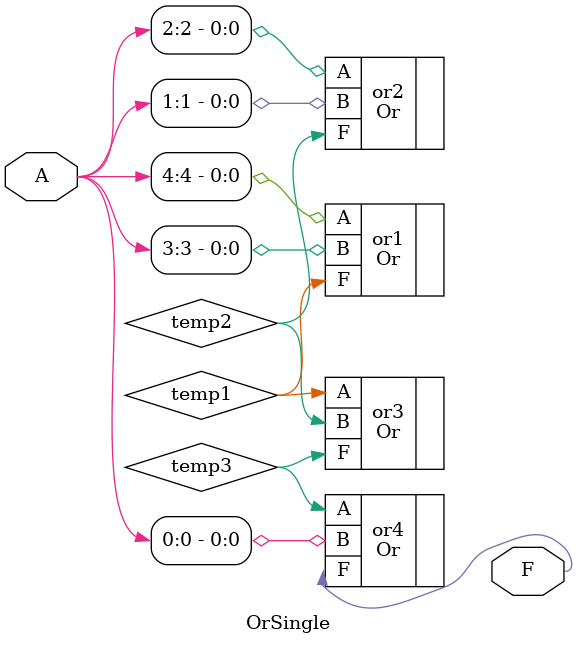
<source format=v>
module OrSingle (input[4:0] A, output F);

    wire temp1, temp2, temp3;

    Or or1 (.A(A[4]), .B(A[3]), .F(temp1));
    Or or2 (.A(A[2]), .B(A[1]), .F(temp2));

    Or or3 (.A(temp1), .B(temp2), .F(temp3));

    Or or4 (.A(temp3), .B(A[0]), .F(F));

endmodule

</source>
